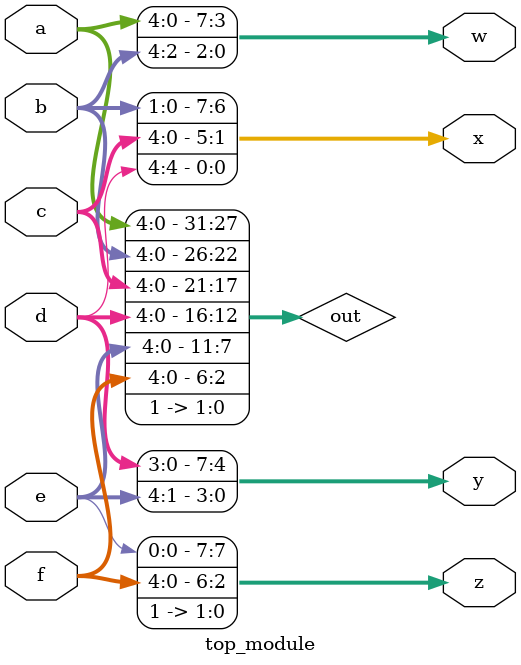
<source format=v>
module top_module (
    input [4:0] a, b, c, d, e, f,
    output [7:0] w, x, y, z );
    
    wire [31:0]out;
    
    assign out = {a[4:0],b[4:0],c[4:0],d[4:0],e[4:0],f[4:0],1'b1,1'b1};

    
    assign {w[7:0],x[7:0],y[7:0],z[7:0]} = out;
    
	
endmodule



</source>
